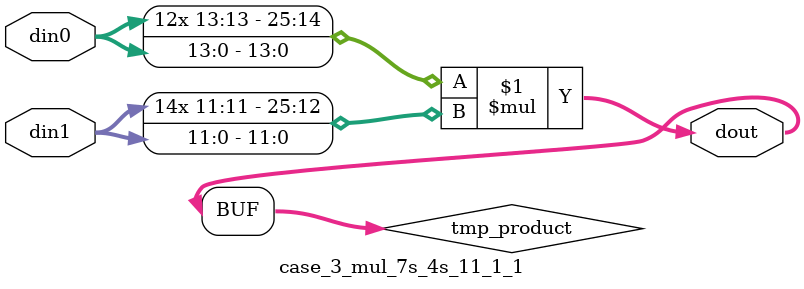
<source format=v>

`timescale 1 ns / 1 ps

 (* use_dsp = "no" *)  module case_3_mul_7s_4s_11_1_1(din0, din1, dout);
parameter ID = 1;
parameter NUM_STAGE = 0;
parameter din0_WIDTH = 14;
parameter din1_WIDTH = 12;
parameter dout_WIDTH = 26;

input [din0_WIDTH - 1 : 0] din0; 
input [din1_WIDTH - 1 : 0] din1; 
output [dout_WIDTH - 1 : 0] dout;

wire signed [dout_WIDTH - 1 : 0] tmp_product;



























assign tmp_product = $signed(din0) * $signed(din1);








assign dout = tmp_product;





















endmodule

</source>
